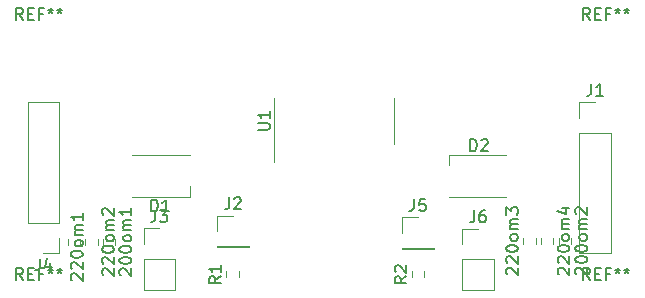
<source format=gbr>
%TF.GenerationSoftware,KiCad,Pcbnew,(6.0.2)*%
%TF.CreationDate,2022-03-27T20:09:04+02:00*%
%TF.ProjectId,pcb,7063622e-6b69-4636-9164-5f7063625858,rev?*%
%TF.SameCoordinates,Original*%
%TF.FileFunction,Legend,Top*%
%TF.FilePolarity,Positive*%
%FSLAX46Y46*%
G04 Gerber Fmt 4.6, Leading zero omitted, Abs format (unit mm)*
G04 Created by KiCad (PCBNEW (6.0.2)) date 2022-03-27 20:09:04*
%MOMM*%
%LPD*%
G01*
G04 APERTURE LIST*
%ADD10C,0.150000*%
%ADD11C,0.120000*%
G04 APERTURE END LIST*
D10*
%TO.C,D1*%
X59011904Y-57452380D02*
X59011904Y-56452380D01*
X59250000Y-56452380D01*
X59392857Y-56500000D01*
X59488095Y-56595238D01*
X59535714Y-56690476D01*
X59583333Y-56880952D01*
X59583333Y-57023809D01*
X59535714Y-57214285D01*
X59488095Y-57309523D01*
X59392857Y-57404761D01*
X59250000Y-57452380D01*
X59011904Y-57452380D01*
X60535714Y-57452380D02*
X59964285Y-57452380D01*
X60250000Y-57452380D02*
X60250000Y-56452380D01*
X60154761Y-56595238D01*
X60059523Y-56690476D01*
X59964285Y-56738095D01*
%TO.C,220om3*%
X89167619Y-62783333D02*
X89120000Y-62735714D01*
X89072380Y-62640476D01*
X89072380Y-62402380D01*
X89120000Y-62307142D01*
X89167619Y-62259523D01*
X89262857Y-62211904D01*
X89358095Y-62211904D01*
X89500952Y-62259523D01*
X90072380Y-62830952D01*
X90072380Y-62211904D01*
X89167619Y-61830952D02*
X89120000Y-61783333D01*
X89072380Y-61688095D01*
X89072380Y-61450000D01*
X89120000Y-61354761D01*
X89167619Y-61307142D01*
X89262857Y-61259523D01*
X89358095Y-61259523D01*
X89500952Y-61307142D01*
X90072380Y-61878571D01*
X90072380Y-61259523D01*
X89072380Y-60640476D02*
X89072380Y-60545238D01*
X89120000Y-60450000D01*
X89167619Y-60402380D01*
X89262857Y-60354761D01*
X89453333Y-60307142D01*
X89691428Y-60307142D01*
X89881904Y-60354761D01*
X89977142Y-60402380D01*
X90024761Y-60450000D01*
X90072380Y-60545238D01*
X90072380Y-60640476D01*
X90024761Y-60735714D01*
X89977142Y-60783333D01*
X89881904Y-60830952D01*
X89691428Y-60878571D01*
X89453333Y-60878571D01*
X89262857Y-60830952D01*
X89167619Y-60783333D01*
X89120000Y-60735714D01*
X89072380Y-60640476D01*
X90072380Y-59735714D02*
X90024761Y-59830952D01*
X89977142Y-59878571D01*
X89881904Y-59926190D01*
X89596190Y-59926190D01*
X89500952Y-59878571D01*
X89453333Y-59830952D01*
X89405714Y-59735714D01*
X89405714Y-59592857D01*
X89453333Y-59497619D01*
X89500952Y-59450000D01*
X89596190Y-59402380D01*
X89881904Y-59402380D01*
X89977142Y-59450000D01*
X90024761Y-59497619D01*
X90072380Y-59592857D01*
X90072380Y-59735714D01*
X90072380Y-58973809D02*
X89405714Y-58973809D01*
X89500952Y-58973809D02*
X89453333Y-58926190D01*
X89405714Y-58830952D01*
X89405714Y-58688095D01*
X89453333Y-58592857D01*
X89548571Y-58545238D01*
X90072380Y-58545238D01*
X89548571Y-58545238D02*
X89453333Y-58497619D01*
X89405714Y-58402380D01*
X89405714Y-58259523D01*
X89453333Y-58164285D01*
X89548571Y-58116666D01*
X90072380Y-58116666D01*
X89072380Y-57735714D02*
X89072380Y-57116666D01*
X89453333Y-57450000D01*
X89453333Y-57307142D01*
X89500952Y-57211904D01*
X89548571Y-57164285D01*
X89643809Y-57116666D01*
X89881904Y-57116666D01*
X89977142Y-57164285D01*
X90024761Y-57211904D01*
X90072380Y-57307142D01*
X90072380Y-57592857D01*
X90024761Y-57688095D01*
X89977142Y-57735714D01*
%TO.C,REF\u002A\u002A*%
X48166666Y-63252380D02*
X47833333Y-62776190D01*
X47595238Y-63252380D02*
X47595238Y-62252380D01*
X47976190Y-62252380D01*
X48071428Y-62300000D01*
X48119047Y-62347619D01*
X48166666Y-62442857D01*
X48166666Y-62585714D01*
X48119047Y-62680952D01*
X48071428Y-62728571D01*
X47976190Y-62776190D01*
X47595238Y-62776190D01*
X48595238Y-62728571D02*
X48928571Y-62728571D01*
X49071428Y-63252380D02*
X48595238Y-63252380D01*
X48595238Y-62252380D01*
X49071428Y-62252380D01*
X49833333Y-62728571D02*
X49500000Y-62728571D01*
X49500000Y-63252380D02*
X49500000Y-62252380D01*
X49976190Y-62252380D01*
X50500000Y-62252380D02*
X50500000Y-62490476D01*
X50261904Y-62395238D02*
X50500000Y-62490476D01*
X50738095Y-62395238D01*
X50357142Y-62680952D02*
X50500000Y-62490476D01*
X50642857Y-62680952D01*
X51261904Y-62252380D02*
X51261904Y-62490476D01*
X51023809Y-62395238D02*
X51261904Y-62490476D01*
X51500000Y-62395238D01*
X51119047Y-62680952D02*
X51261904Y-62490476D01*
X51404761Y-62680952D01*
%TO.C,R1*%
X64922380Y-62966666D02*
X64446190Y-63300000D01*
X64922380Y-63538095D02*
X63922380Y-63538095D01*
X63922380Y-63157142D01*
X63970000Y-63061904D01*
X64017619Y-63014285D01*
X64112857Y-62966666D01*
X64255714Y-62966666D01*
X64350952Y-63014285D01*
X64398571Y-63061904D01*
X64446190Y-63157142D01*
X64446190Y-63538095D01*
X64922380Y-62014285D02*
X64922380Y-62585714D01*
X64922380Y-62300000D02*
X63922380Y-62300000D01*
X64065238Y-62395238D01*
X64160476Y-62490476D01*
X64208095Y-62585714D01*
%TO.C,U1*%
X68052380Y-50561904D02*
X68861904Y-50561904D01*
X68957142Y-50514285D01*
X69004761Y-50466666D01*
X69052380Y-50371428D01*
X69052380Y-50180952D01*
X69004761Y-50085714D01*
X68957142Y-50038095D01*
X68861904Y-49990476D01*
X68052380Y-49990476D01*
X69052380Y-48990476D02*
X69052380Y-49561904D01*
X69052380Y-49276190D02*
X68052380Y-49276190D01*
X68195238Y-49371428D01*
X68290476Y-49466666D01*
X68338095Y-49561904D01*
%TO.C,220om4*%
X93527619Y-62783333D02*
X93480000Y-62735714D01*
X93432380Y-62640476D01*
X93432380Y-62402380D01*
X93480000Y-62307142D01*
X93527619Y-62259523D01*
X93622857Y-62211904D01*
X93718095Y-62211904D01*
X93860952Y-62259523D01*
X94432380Y-62830952D01*
X94432380Y-62211904D01*
X93527619Y-61830952D02*
X93480000Y-61783333D01*
X93432380Y-61688095D01*
X93432380Y-61450000D01*
X93480000Y-61354761D01*
X93527619Y-61307142D01*
X93622857Y-61259523D01*
X93718095Y-61259523D01*
X93860952Y-61307142D01*
X94432380Y-61878571D01*
X94432380Y-61259523D01*
X93432380Y-60640476D02*
X93432380Y-60545238D01*
X93480000Y-60450000D01*
X93527619Y-60402380D01*
X93622857Y-60354761D01*
X93813333Y-60307142D01*
X94051428Y-60307142D01*
X94241904Y-60354761D01*
X94337142Y-60402380D01*
X94384761Y-60450000D01*
X94432380Y-60545238D01*
X94432380Y-60640476D01*
X94384761Y-60735714D01*
X94337142Y-60783333D01*
X94241904Y-60830952D01*
X94051428Y-60878571D01*
X93813333Y-60878571D01*
X93622857Y-60830952D01*
X93527619Y-60783333D01*
X93480000Y-60735714D01*
X93432380Y-60640476D01*
X94432380Y-59735714D02*
X94384761Y-59830952D01*
X94337142Y-59878571D01*
X94241904Y-59926190D01*
X93956190Y-59926190D01*
X93860952Y-59878571D01*
X93813333Y-59830952D01*
X93765714Y-59735714D01*
X93765714Y-59592857D01*
X93813333Y-59497619D01*
X93860952Y-59450000D01*
X93956190Y-59402380D01*
X94241904Y-59402380D01*
X94337142Y-59450000D01*
X94384761Y-59497619D01*
X94432380Y-59592857D01*
X94432380Y-59735714D01*
X94432380Y-58973809D02*
X93765714Y-58973809D01*
X93860952Y-58973809D02*
X93813333Y-58926190D01*
X93765714Y-58830952D01*
X93765714Y-58688095D01*
X93813333Y-58592857D01*
X93908571Y-58545238D01*
X94432380Y-58545238D01*
X93908571Y-58545238D02*
X93813333Y-58497619D01*
X93765714Y-58402380D01*
X93765714Y-58259523D01*
X93813333Y-58164285D01*
X93908571Y-58116666D01*
X94432380Y-58116666D01*
X93765714Y-57211904D02*
X94432380Y-57211904D01*
X93384761Y-57450000D02*
X94099047Y-57688095D01*
X94099047Y-57069047D01*
%TO.C,J2*%
X65616666Y-56272380D02*
X65616666Y-56986666D01*
X65569047Y-57129523D01*
X65473809Y-57224761D01*
X65330952Y-57272380D01*
X65235714Y-57272380D01*
X66045238Y-56367619D02*
X66092857Y-56320000D01*
X66188095Y-56272380D01*
X66426190Y-56272380D01*
X66521428Y-56320000D01*
X66569047Y-56367619D01*
X66616666Y-56462857D01*
X66616666Y-56558095D01*
X66569047Y-56700952D01*
X65997619Y-57272380D01*
X66616666Y-57272380D01*
%TO.C,REF\u002A\u002A*%
X96166666Y-41252380D02*
X95833333Y-40776190D01*
X95595238Y-41252380D02*
X95595238Y-40252380D01*
X95976190Y-40252380D01*
X96071428Y-40300000D01*
X96119047Y-40347619D01*
X96166666Y-40442857D01*
X96166666Y-40585714D01*
X96119047Y-40680952D01*
X96071428Y-40728571D01*
X95976190Y-40776190D01*
X95595238Y-40776190D01*
X96595238Y-40728571D02*
X96928571Y-40728571D01*
X97071428Y-41252380D02*
X96595238Y-41252380D01*
X96595238Y-40252380D01*
X97071428Y-40252380D01*
X97833333Y-40728571D02*
X97500000Y-40728571D01*
X97500000Y-41252380D02*
X97500000Y-40252380D01*
X97976190Y-40252380D01*
X98500000Y-40252380D02*
X98500000Y-40490476D01*
X98261904Y-40395238D02*
X98500000Y-40490476D01*
X98738095Y-40395238D01*
X98357142Y-40680952D02*
X98500000Y-40490476D01*
X98642857Y-40680952D01*
X99261904Y-40252380D02*
X99261904Y-40490476D01*
X99023809Y-40395238D02*
X99261904Y-40490476D01*
X99500000Y-40395238D01*
X99119047Y-40680952D02*
X99261904Y-40490476D01*
X99404761Y-40680952D01*
%TO.C,J6*%
X86366666Y-57382380D02*
X86366666Y-58096666D01*
X86319047Y-58239523D01*
X86223809Y-58334761D01*
X86080952Y-58382380D01*
X85985714Y-58382380D01*
X87271428Y-57382380D02*
X87080952Y-57382380D01*
X86985714Y-57430000D01*
X86938095Y-57477619D01*
X86842857Y-57620476D01*
X86795238Y-57810952D01*
X86795238Y-58191904D01*
X86842857Y-58287142D01*
X86890476Y-58334761D01*
X86985714Y-58382380D01*
X87176190Y-58382380D01*
X87271428Y-58334761D01*
X87319047Y-58287142D01*
X87366666Y-58191904D01*
X87366666Y-57953809D01*
X87319047Y-57858571D01*
X87271428Y-57810952D01*
X87176190Y-57763333D01*
X86985714Y-57763333D01*
X86890476Y-57810952D01*
X86842857Y-57858571D01*
X86795238Y-57953809D01*
%TO.C,220om1*%
X52317619Y-63275833D02*
X52270000Y-63228214D01*
X52222380Y-63132976D01*
X52222380Y-62894880D01*
X52270000Y-62799642D01*
X52317619Y-62752023D01*
X52412857Y-62704404D01*
X52508095Y-62704404D01*
X52650952Y-62752023D01*
X53222380Y-63323452D01*
X53222380Y-62704404D01*
X52317619Y-62323452D02*
X52270000Y-62275833D01*
X52222380Y-62180595D01*
X52222380Y-61942500D01*
X52270000Y-61847261D01*
X52317619Y-61799642D01*
X52412857Y-61752023D01*
X52508095Y-61752023D01*
X52650952Y-61799642D01*
X53222380Y-62371071D01*
X53222380Y-61752023D01*
X52222380Y-61132976D02*
X52222380Y-61037738D01*
X52270000Y-60942500D01*
X52317619Y-60894880D01*
X52412857Y-60847261D01*
X52603333Y-60799642D01*
X52841428Y-60799642D01*
X53031904Y-60847261D01*
X53127142Y-60894880D01*
X53174761Y-60942500D01*
X53222380Y-61037738D01*
X53222380Y-61132976D01*
X53174761Y-61228214D01*
X53127142Y-61275833D01*
X53031904Y-61323452D01*
X52841428Y-61371071D01*
X52603333Y-61371071D01*
X52412857Y-61323452D01*
X52317619Y-61275833D01*
X52270000Y-61228214D01*
X52222380Y-61132976D01*
X53222380Y-60228214D02*
X53174761Y-60323452D01*
X53127142Y-60371071D01*
X53031904Y-60418690D01*
X52746190Y-60418690D01*
X52650952Y-60371071D01*
X52603333Y-60323452D01*
X52555714Y-60228214D01*
X52555714Y-60085357D01*
X52603333Y-59990119D01*
X52650952Y-59942500D01*
X52746190Y-59894880D01*
X53031904Y-59894880D01*
X53127142Y-59942500D01*
X53174761Y-59990119D01*
X53222380Y-60085357D01*
X53222380Y-60228214D01*
X53222380Y-59466309D02*
X52555714Y-59466309D01*
X52650952Y-59466309D02*
X52603333Y-59418690D01*
X52555714Y-59323452D01*
X52555714Y-59180595D01*
X52603333Y-59085357D01*
X52698571Y-59037738D01*
X53222380Y-59037738D01*
X52698571Y-59037738D02*
X52603333Y-58990119D01*
X52555714Y-58894880D01*
X52555714Y-58752023D01*
X52603333Y-58656785D01*
X52698571Y-58609166D01*
X53222380Y-58609166D01*
X53222380Y-57609166D02*
X53222380Y-58180595D01*
X53222380Y-57894880D02*
X52222380Y-57894880D01*
X52365238Y-57990119D01*
X52460476Y-58085357D01*
X52508095Y-58180595D01*
%TO.C,J4*%
X49566666Y-61457380D02*
X49566666Y-62171666D01*
X49519047Y-62314523D01*
X49423809Y-62409761D01*
X49280952Y-62457380D01*
X49185714Y-62457380D01*
X50471428Y-61790714D02*
X50471428Y-62457380D01*
X50233333Y-61409761D02*
X49995238Y-62124047D01*
X50614285Y-62124047D01*
%TO.C,J1*%
X96266666Y-46647380D02*
X96266666Y-47361666D01*
X96219047Y-47504523D01*
X96123809Y-47599761D01*
X95980952Y-47647380D01*
X95885714Y-47647380D01*
X97266666Y-47647380D02*
X96695238Y-47647380D01*
X96980952Y-47647380D02*
X96980952Y-46647380D01*
X96885714Y-46790238D01*
X96790476Y-46885476D01*
X96695238Y-46933095D01*
%TO.C,200om2*%
X95027619Y-62783333D02*
X94980000Y-62735714D01*
X94932380Y-62640476D01*
X94932380Y-62402380D01*
X94980000Y-62307142D01*
X95027619Y-62259523D01*
X95122857Y-62211904D01*
X95218095Y-62211904D01*
X95360952Y-62259523D01*
X95932380Y-62830952D01*
X95932380Y-62211904D01*
X94932380Y-61592857D02*
X94932380Y-61497619D01*
X94980000Y-61402380D01*
X95027619Y-61354761D01*
X95122857Y-61307142D01*
X95313333Y-61259523D01*
X95551428Y-61259523D01*
X95741904Y-61307142D01*
X95837142Y-61354761D01*
X95884761Y-61402380D01*
X95932380Y-61497619D01*
X95932380Y-61592857D01*
X95884761Y-61688095D01*
X95837142Y-61735714D01*
X95741904Y-61783333D01*
X95551428Y-61830952D01*
X95313333Y-61830952D01*
X95122857Y-61783333D01*
X95027619Y-61735714D01*
X94980000Y-61688095D01*
X94932380Y-61592857D01*
X94932380Y-60640476D02*
X94932380Y-60545238D01*
X94980000Y-60450000D01*
X95027619Y-60402380D01*
X95122857Y-60354761D01*
X95313333Y-60307142D01*
X95551428Y-60307142D01*
X95741904Y-60354761D01*
X95837142Y-60402380D01*
X95884761Y-60450000D01*
X95932380Y-60545238D01*
X95932380Y-60640476D01*
X95884761Y-60735714D01*
X95837142Y-60783333D01*
X95741904Y-60830952D01*
X95551428Y-60878571D01*
X95313333Y-60878571D01*
X95122857Y-60830952D01*
X95027619Y-60783333D01*
X94980000Y-60735714D01*
X94932380Y-60640476D01*
X95932380Y-59735714D02*
X95884761Y-59830952D01*
X95837142Y-59878571D01*
X95741904Y-59926190D01*
X95456190Y-59926190D01*
X95360952Y-59878571D01*
X95313333Y-59830952D01*
X95265714Y-59735714D01*
X95265714Y-59592857D01*
X95313333Y-59497619D01*
X95360952Y-59450000D01*
X95456190Y-59402380D01*
X95741904Y-59402380D01*
X95837142Y-59450000D01*
X95884761Y-59497619D01*
X95932380Y-59592857D01*
X95932380Y-59735714D01*
X95932380Y-58973809D02*
X95265714Y-58973809D01*
X95360952Y-58973809D02*
X95313333Y-58926190D01*
X95265714Y-58830952D01*
X95265714Y-58688095D01*
X95313333Y-58592857D01*
X95408571Y-58545238D01*
X95932380Y-58545238D01*
X95408571Y-58545238D02*
X95313333Y-58497619D01*
X95265714Y-58402380D01*
X95265714Y-58259523D01*
X95313333Y-58164285D01*
X95408571Y-58116666D01*
X95932380Y-58116666D01*
X95027619Y-57688095D02*
X94980000Y-57640476D01*
X94932380Y-57545238D01*
X94932380Y-57307142D01*
X94980000Y-57211904D01*
X95027619Y-57164285D01*
X95122857Y-57116666D01*
X95218095Y-57116666D01*
X95360952Y-57164285D01*
X95932380Y-57735714D01*
X95932380Y-57116666D01*
%TO.C,J3*%
X59366666Y-57347380D02*
X59366666Y-58061666D01*
X59319047Y-58204523D01*
X59223809Y-58299761D01*
X59080952Y-58347380D01*
X58985714Y-58347380D01*
X59747619Y-57347380D02*
X60366666Y-57347380D01*
X60033333Y-57728333D01*
X60176190Y-57728333D01*
X60271428Y-57775952D01*
X60319047Y-57823571D01*
X60366666Y-57918809D01*
X60366666Y-58156904D01*
X60319047Y-58252142D01*
X60271428Y-58299761D01*
X60176190Y-58347380D01*
X59890476Y-58347380D01*
X59795238Y-58299761D01*
X59747619Y-58252142D01*
%TO.C,D2*%
X86011904Y-52352380D02*
X86011904Y-51352380D01*
X86250000Y-51352380D01*
X86392857Y-51400000D01*
X86488095Y-51495238D01*
X86535714Y-51590476D01*
X86583333Y-51780952D01*
X86583333Y-51923809D01*
X86535714Y-52114285D01*
X86488095Y-52209523D01*
X86392857Y-52304761D01*
X86250000Y-52352380D01*
X86011904Y-52352380D01*
X86964285Y-51447619D02*
X87011904Y-51400000D01*
X87107142Y-51352380D01*
X87345238Y-51352380D01*
X87440476Y-51400000D01*
X87488095Y-51447619D01*
X87535714Y-51542857D01*
X87535714Y-51638095D01*
X87488095Y-51780952D01*
X86916666Y-52352380D01*
X87535714Y-52352380D01*
%TO.C,J5*%
X81266666Y-56422380D02*
X81266666Y-57136666D01*
X81219047Y-57279523D01*
X81123809Y-57374761D01*
X80980952Y-57422380D01*
X80885714Y-57422380D01*
X82219047Y-56422380D02*
X81742857Y-56422380D01*
X81695238Y-56898571D01*
X81742857Y-56850952D01*
X81838095Y-56803333D01*
X82076190Y-56803333D01*
X82171428Y-56850952D01*
X82219047Y-56898571D01*
X82266666Y-56993809D01*
X82266666Y-57231904D01*
X82219047Y-57327142D01*
X82171428Y-57374761D01*
X82076190Y-57422380D01*
X81838095Y-57422380D01*
X81742857Y-57374761D01*
X81695238Y-57327142D01*
%TO.C,REF\u002A\u002A*%
X48166666Y-41252380D02*
X47833333Y-40776190D01*
X47595238Y-41252380D02*
X47595238Y-40252380D01*
X47976190Y-40252380D01*
X48071428Y-40300000D01*
X48119047Y-40347619D01*
X48166666Y-40442857D01*
X48166666Y-40585714D01*
X48119047Y-40680952D01*
X48071428Y-40728571D01*
X47976190Y-40776190D01*
X47595238Y-40776190D01*
X48595238Y-40728571D02*
X48928571Y-40728571D01*
X49071428Y-41252380D02*
X48595238Y-41252380D01*
X48595238Y-40252380D01*
X49071428Y-40252380D01*
X49833333Y-40728571D02*
X49500000Y-40728571D01*
X49500000Y-41252380D02*
X49500000Y-40252380D01*
X49976190Y-40252380D01*
X50500000Y-40252380D02*
X50500000Y-40490476D01*
X50261904Y-40395238D02*
X50500000Y-40490476D01*
X50738095Y-40395238D01*
X50357142Y-40680952D02*
X50500000Y-40490476D01*
X50642857Y-40680952D01*
X51261904Y-40252380D02*
X51261904Y-40490476D01*
X51023809Y-40395238D02*
X51261904Y-40490476D01*
X51500000Y-40395238D01*
X51119047Y-40680952D02*
X51261904Y-40490476D01*
X51404761Y-40680952D01*
%TO.C,220om2*%
X54952619Y-62858333D02*
X54905000Y-62810714D01*
X54857380Y-62715476D01*
X54857380Y-62477380D01*
X54905000Y-62382142D01*
X54952619Y-62334523D01*
X55047857Y-62286904D01*
X55143095Y-62286904D01*
X55285952Y-62334523D01*
X55857380Y-62905952D01*
X55857380Y-62286904D01*
X54952619Y-61905952D02*
X54905000Y-61858333D01*
X54857380Y-61763095D01*
X54857380Y-61525000D01*
X54905000Y-61429761D01*
X54952619Y-61382142D01*
X55047857Y-61334523D01*
X55143095Y-61334523D01*
X55285952Y-61382142D01*
X55857380Y-61953571D01*
X55857380Y-61334523D01*
X54857380Y-60715476D02*
X54857380Y-60620238D01*
X54905000Y-60525000D01*
X54952619Y-60477380D01*
X55047857Y-60429761D01*
X55238333Y-60382142D01*
X55476428Y-60382142D01*
X55666904Y-60429761D01*
X55762142Y-60477380D01*
X55809761Y-60525000D01*
X55857380Y-60620238D01*
X55857380Y-60715476D01*
X55809761Y-60810714D01*
X55762142Y-60858333D01*
X55666904Y-60905952D01*
X55476428Y-60953571D01*
X55238333Y-60953571D01*
X55047857Y-60905952D01*
X54952619Y-60858333D01*
X54905000Y-60810714D01*
X54857380Y-60715476D01*
X55857380Y-59810714D02*
X55809761Y-59905952D01*
X55762142Y-59953571D01*
X55666904Y-60001190D01*
X55381190Y-60001190D01*
X55285952Y-59953571D01*
X55238333Y-59905952D01*
X55190714Y-59810714D01*
X55190714Y-59667857D01*
X55238333Y-59572619D01*
X55285952Y-59525000D01*
X55381190Y-59477380D01*
X55666904Y-59477380D01*
X55762142Y-59525000D01*
X55809761Y-59572619D01*
X55857380Y-59667857D01*
X55857380Y-59810714D01*
X55857380Y-59048809D02*
X55190714Y-59048809D01*
X55285952Y-59048809D02*
X55238333Y-59001190D01*
X55190714Y-58905952D01*
X55190714Y-58763095D01*
X55238333Y-58667857D01*
X55333571Y-58620238D01*
X55857380Y-58620238D01*
X55333571Y-58620238D02*
X55238333Y-58572619D01*
X55190714Y-58477380D01*
X55190714Y-58334523D01*
X55238333Y-58239285D01*
X55333571Y-58191666D01*
X55857380Y-58191666D01*
X54952619Y-57763095D02*
X54905000Y-57715476D01*
X54857380Y-57620238D01*
X54857380Y-57382142D01*
X54905000Y-57286904D01*
X54952619Y-57239285D01*
X55047857Y-57191666D01*
X55143095Y-57191666D01*
X55285952Y-57239285D01*
X55857380Y-57810714D01*
X55857380Y-57191666D01*
%TO.C,200om1*%
X56427619Y-62858333D02*
X56380000Y-62810714D01*
X56332380Y-62715476D01*
X56332380Y-62477380D01*
X56380000Y-62382142D01*
X56427619Y-62334523D01*
X56522857Y-62286904D01*
X56618095Y-62286904D01*
X56760952Y-62334523D01*
X57332380Y-62905952D01*
X57332380Y-62286904D01*
X56332380Y-61667857D02*
X56332380Y-61572619D01*
X56380000Y-61477380D01*
X56427619Y-61429761D01*
X56522857Y-61382142D01*
X56713333Y-61334523D01*
X56951428Y-61334523D01*
X57141904Y-61382142D01*
X57237142Y-61429761D01*
X57284761Y-61477380D01*
X57332380Y-61572619D01*
X57332380Y-61667857D01*
X57284761Y-61763095D01*
X57237142Y-61810714D01*
X57141904Y-61858333D01*
X56951428Y-61905952D01*
X56713333Y-61905952D01*
X56522857Y-61858333D01*
X56427619Y-61810714D01*
X56380000Y-61763095D01*
X56332380Y-61667857D01*
X56332380Y-60715476D02*
X56332380Y-60620238D01*
X56380000Y-60525000D01*
X56427619Y-60477380D01*
X56522857Y-60429761D01*
X56713333Y-60382142D01*
X56951428Y-60382142D01*
X57141904Y-60429761D01*
X57237142Y-60477380D01*
X57284761Y-60525000D01*
X57332380Y-60620238D01*
X57332380Y-60715476D01*
X57284761Y-60810714D01*
X57237142Y-60858333D01*
X57141904Y-60905952D01*
X56951428Y-60953571D01*
X56713333Y-60953571D01*
X56522857Y-60905952D01*
X56427619Y-60858333D01*
X56380000Y-60810714D01*
X56332380Y-60715476D01*
X57332380Y-59810714D02*
X57284761Y-59905952D01*
X57237142Y-59953571D01*
X57141904Y-60001190D01*
X56856190Y-60001190D01*
X56760952Y-59953571D01*
X56713333Y-59905952D01*
X56665714Y-59810714D01*
X56665714Y-59667857D01*
X56713333Y-59572619D01*
X56760952Y-59525000D01*
X56856190Y-59477380D01*
X57141904Y-59477380D01*
X57237142Y-59525000D01*
X57284761Y-59572619D01*
X57332380Y-59667857D01*
X57332380Y-59810714D01*
X57332380Y-59048809D02*
X56665714Y-59048809D01*
X56760952Y-59048809D02*
X56713333Y-59001190D01*
X56665714Y-58905952D01*
X56665714Y-58763095D01*
X56713333Y-58667857D01*
X56808571Y-58620238D01*
X57332380Y-58620238D01*
X56808571Y-58620238D02*
X56713333Y-58572619D01*
X56665714Y-58477380D01*
X56665714Y-58334523D01*
X56713333Y-58239285D01*
X56808571Y-58191666D01*
X57332380Y-58191666D01*
X57332380Y-57191666D02*
X57332380Y-57763095D01*
X57332380Y-57477380D02*
X56332380Y-57477380D01*
X56475238Y-57572619D01*
X56570476Y-57667857D01*
X56618095Y-57763095D01*
%TO.C,R2*%
X80622380Y-62966666D02*
X80146190Y-63300000D01*
X80622380Y-63538095D02*
X79622380Y-63538095D01*
X79622380Y-63157142D01*
X79670000Y-63061904D01*
X79717619Y-63014285D01*
X79812857Y-62966666D01*
X79955714Y-62966666D01*
X80050952Y-63014285D01*
X80098571Y-63061904D01*
X80146190Y-63157142D01*
X80146190Y-63538095D01*
X79717619Y-62585714D02*
X79670000Y-62538095D01*
X79622380Y-62442857D01*
X79622380Y-62204761D01*
X79670000Y-62109523D01*
X79717619Y-62061904D01*
X79812857Y-62014285D01*
X79908095Y-62014285D01*
X80050952Y-62061904D01*
X80622380Y-62633333D01*
X80622380Y-62014285D01*
%TO.C,REF\u002A\u002A*%
X96166666Y-63252380D02*
X95833333Y-62776190D01*
X95595238Y-63252380D02*
X95595238Y-62252380D01*
X95976190Y-62252380D01*
X96071428Y-62300000D01*
X96119047Y-62347619D01*
X96166666Y-62442857D01*
X96166666Y-62585714D01*
X96119047Y-62680952D01*
X96071428Y-62728571D01*
X95976190Y-62776190D01*
X95595238Y-62776190D01*
X96595238Y-62728571D02*
X96928571Y-62728571D01*
X97071428Y-63252380D02*
X96595238Y-63252380D01*
X96595238Y-62252380D01*
X97071428Y-62252380D01*
X97833333Y-62728571D02*
X97500000Y-62728571D01*
X97500000Y-63252380D02*
X97500000Y-62252380D01*
X97976190Y-62252380D01*
X98500000Y-62252380D02*
X98500000Y-62490476D01*
X98261904Y-62395238D02*
X98500000Y-62490476D01*
X98738095Y-62395238D01*
X98357142Y-62680952D02*
X98500000Y-62490476D01*
X98642857Y-62680952D01*
X99261904Y-62252380D02*
X99261904Y-62490476D01*
X99023809Y-62395238D02*
X99261904Y-62490476D01*
X99500000Y-62395238D01*
X99119047Y-62680952D02*
X99261904Y-62490476D01*
X99404761Y-62680952D01*
D11*
%TO.C,D1*%
X62300000Y-52650000D02*
X57400000Y-52650000D01*
X57400000Y-56250000D02*
X62300000Y-56250000D01*
X62300000Y-56250000D02*
X62300000Y-55350000D01*
%TO.C,220om3*%
X91572500Y-60204724D02*
X91572500Y-59695276D01*
X90527500Y-60204724D02*
X90527500Y-59695276D01*
%TO.C,R1*%
X66422500Y-63054724D02*
X66422500Y-62545276D01*
X65377500Y-63054724D02*
X65377500Y-62545276D01*
%TO.C,U1*%
X69440000Y-49800000D02*
X69440000Y-53250000D01*
X79560000Y-49800000D02*
X79560000Y-47850000D01*
X69440000Y-49800000D02*
X69440000Y-47850000D01*
X79560000Y-49800000D02*
X79560000Y-51750000D01*
%TO.C,220om4*%
X93072500Y-59695276D02*
X93072500Y-60204724D01*
X92027500Y-59695276D02*
X92027500Y-60204724D01*
%TO.C,J2*%
X64620000Y-60420000D02*
X67280000Y-60420000D01*
X64620000Y-60480000D02*
X67280000Y-60480000D01*
X64620000Y-60420000D02*
X64620000Y-60480000D01*
X67280000Y-60420000D02*
X67280000Y-60480000D01*
X64620000Y-59150000D02*
X64620000Y-57820000D01*
X64620000Y-57820000D02*
X65950000Y-57820000D01*
%TO.C,J6*%
X85370000Y-58930000D02*
X86700000Y-58930000D01*
X85370000Y-61530000D02*
X88030000Y-61530000D01*
X85370000Y-64130000D02*
X88030000Y-64130000D01*
X85370000Y-61530000D02*
X85370000Y-64130000D01*
X85370000Y-60260000D02*
X85370000Y-58930000D01*
X88030000Y-61530000D02*
X88030000Y-64130000D01*
%TO.C,220om1*%
X53022500Y-60274724D02*
X53022500Y-59765276D01*
X51977500Y-60274724D02*
X51977500Y-59765276D01*
%TO.C,J4*%
X51230000Y-48185000D02*
X48570000Y-48185000D01*
X51230000Y-58405000D02*
X51230000Y-48185000D01*
X51230000Y-58405000D02*
X48570000Y-58405000D01*
X51230000Y-59675000D02*
X51230000Y-61005000D01*
X51230000Y-61005000D02*
X49900000Y-61005000D01*
X48570000Y-58405000D02*
X48570000Y-48185000D01*
%TO.C,J1*%
X95270000Y-49525000D02*
X95270000Y-48195000D01*
X95270000Y-48195000D02*
X96600000Y-48195000D01*
X95270000Y-61015000D02*
X97930000Y-61015000D01*
X97930000Y-50795000D02*
X97930000Y-61015000D01*
X95270000Y-50795000D02*
X97930000Y-50795000D01*
X95270000Y-50795000D02*
X95270000Y-61015000D01*
%TO.C,200om2*%
X94572500Y-59695276D02*
X94572500Y-60204724D01*
X93527500Y-59695276D02*
X93527500Y-60204724D01*
%TO.C,J3*%
X58370000Y-60225000D02*
X58370000Y-58895000D01*
X58370000Y-61495000D02*
X61030000Y-61495000D01*
X58370000Y-64095000D02*
X61030000Y-64095000D01*
X61030000Y-61495000D02*
X61030000Y-64095000D01*
X58370000Y-61495000D02*
X58370000Y-64095000D01*
X58370000Y-58895000D02*
X59700000Y-58895000D01*
%TO.C,D2*%
X89100000Y-52650000D02*
X84200000Y-52650000D01*
X84200000Y-52650000D02*
X84200000Y-53550000D01*
X84200000Y-56250000D02*
X89100000Y-56250000D01*
%TO.C,J5*%
X80270000Y-59300000D02*
X80270000Y-57970000D01*
X80270000Y-60570000D02*
X80270000Y-60630000D01*
X80270000Y-57970000D02*
X81600000Y-57970000D01*
X80270000Y-60630000D02*
X82930000Y-60630000D01*
X80270000Y-60570000D02*
X82930000Y-60570000D01*
X82930000Y-60570000D02*
X82930000Y-60630000D01*
%TO.C,220om2*%
X54497500Y-59770276D02*
X54497500Y-60279724D01*
X53452500Y-59770276D02*
X53452500Y-60279724D01*
%TO.C,200om1*%
X55972500Y-59770276D02*
X55972500Y-60279724D01*
X54927500Y-59770276D02*
X54927500Y-60279724D01*
%TO.C,R2*%
X81077500Y-63054724D02*
X81077500Y-62545276D01*
X82122500Y-63054724D02*
X82122500Y-62545276D01*
%TD*%
M02*

</source>
